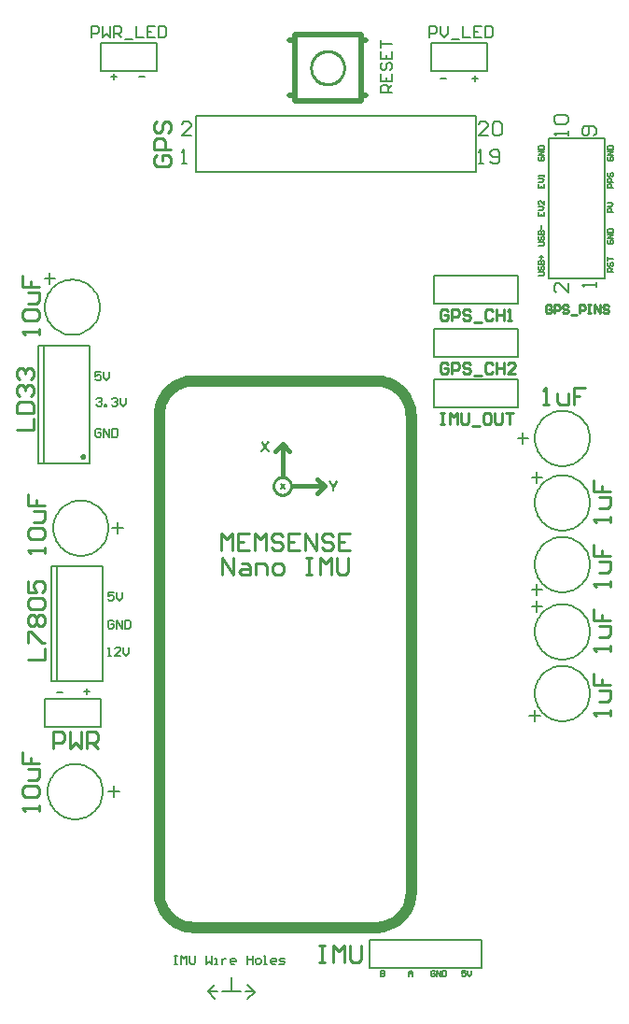
<source format=gto>
%FSDAX24Y24*%
%MOIN*%
%SFA1B1*%

%IPPOS*%
%ADD11C,0.010000*%
%ADD12C,0.015000*%
%ADD31C,0.007900*%
%ADD32C,0.040000*%
%ADD33C,0.009800*%
%ADD34C,0.019700*%
%ADD35C,0.008000*%
%ADD36C,0.005000*%
%ADD37C,0.005900*%
%LNboardr2-1*%
%LPD*%
G54D11*
X060809Y086619D02*
D01*
X060807Y086660*
X060803Y086701*
X060796Y086741*
X060786Y086781*
X060773Y086821*
X060757Y086859*
X060739Y086896*
X060719Y086932*
X060696Y086966*
X060670Y086998*
X060643Y087029*
X060613Y087058*
X060581Y087084*
X060548Y087108*
X060513Y087130*
X060477Y087150*
X060439Y087166*
X060400Y087181*
X060360Y087192*
X060320Y087201*
X060279Y087206*
X060238Y087209*
X060197*
X060156Y087206*
X060115Y087201*
X060075Y087192*
X060035Y087181*
X059996Y087166*
X059958Y087150*
X059922Y087130*
X059887Y087108*
X059854Y087084*
X059822Y087058*
X059792Y087029*
X059765Y086998*
X059739Y086966*
X059716Y086932*
X059696Y086896*
X059678Y086859*
X059662Y086821*
X059649Y086781*
X059639Y086741*
X059632Y086701*
X059628Y086660*
X059627Y086619*
X059628Y086577*
X059632Y086536*
X059639Y086496*
X059649Y086456*
X059662Y086416*
X059678Y086378*
X059696Y086341*
X059716Y086305*
X059739Y086271*
X059765Y086239*
X059792Y086208*
X059822Y086179*
X059854Y086153*
X059887Y086129*
X059922Y086107*
X059958Y086087*
X059996Y086071*
X060035Y086056*
X060075Y086045*
X060115Y086036*
X060156Y086031*
X060197Y086028*
X060238*
X060279Y086031*
X060320Y086036*
X060360Y086045*
X060400Y086056*
X060439Y086071*
X060477Y086087*
X060513Y086107*
X060548Y086129*
X060581Y086153*
X060613Y086179*
X060643Y086208*
X060670Y086239*
X060696Y086271*
X060719Y086305*
X060739Y086341*
X060757Y086378*
X060773Y086416*
X060786Y086456*
X060796Y086496*
X060803Y086536*
X060807Y086577*
X060809Y086619*
X058916Y071700D02*
D01*
X058915Y071722*
X058912Y071743*
X058909Y071765*
X058903Y071787*
X058896Y071808*
X058888Y071828*
X058879Y071848*
X058867Y071867*
X058855Y071885*
X058842Y071903*
X058827Y071919*
X058811Y071934*
X058794Y071949*
X058776Y071961*
X058758Y071973*
X058738Y071984*
X058718Y071992*
X058697Y072000*
X058676Y072006*
X058654Y072011*
X058633Y072014*
X058611Y072015*
X058588*
X058566Y072014*
X058545Y072011*
X058523Y072006*
X058502Y072000*
X058481Y071992*
X058461Y071984*
X058442Y071973*
X058423Y071961*
X058405Y071949*
X058388Y071934*
X058372Y071919*
X058357Y071903*
X058344Y071885*
X058332Y071867*
X058320Y071848*
X058311Y071828*
X058303Y071808*
X058296Y071787*
X058290Y071765*
X058287Y071743*
X058284Y071722*
X058284Y071700*
X058284Y071677*
X058287Y071656*
X058290Y071634*
X058296Y071612*
X058303Y071591*
X058311Y071571*
X058320Y071551*
X058332Y071532*
X058344Y071514*
X058357Y071496*
X058372Y071480*
X058388Y071465*
X058405Y071450*
X058423Y071438*
X058442Y071426*
X058461Y071415*
X058481Y071407*
X058502Y071399*
X058523Y071393*
X058545Y071388*
X058566Y071385*
X058588Y071384*
X058611*
X058633Y071385*
X058654Y071388*
X058676Y071393*
X058697Y071399*
X058718Y071407*
X058738Y071415*
X058758Y071426*
X058776Y071438*
X058794Y071450*
X058811Y071465*
X058827Y071480*
X058842Y071496*
X058855Y071514*
X058867Y071532*
X058879Y071551*
X058888Y071571*
X058896Y071591*
X058903Y071612*
X058909Y071634*
X058912Y071656*
X058915Y071677*
X058916Y071700*
X068200Y078120D02*
X068150Y078170D01*
X068050*
X068000Y078120*
Y077920*
X068050Y077870*
X068150*
X068200Y077920*
Y078020*
X068100*
X068300Y077870D02*
Y078170D01*
X068450*
X068500Y078120*
Y078020*
X068450Y077970*
X068300*
X068800Y078120D02*
X068750Y078170D01*
X068650*
X068600Y078120*
Y078070*
X068650Y078020*
X068750*
X068800Y077970*
Y077920*
X068750Y077870*
X068650*
X068600Y077920*
X068900Y077820D02*
X069100D01*
X069200Y077870D02*
Y078170D01*
X069350*
X069400Y078120*
Y078020*
X069350Y077970*
X069200*
X069500Y078170D02*
X069599D01*
X069549*
Y077870*
X069500*
X069599*
X069749D02*
Y078170D01*
X069949Y077870*
Y078170*
X070249Y078120D02*
X070199Y078170D01*
X070099*
X070049Y078120*
Y078070*
X070099Y078020*
X070199*
X070249Y077970*
Y077920*
X070199Y077870*
X070099*
X070049Y077920*
X050100Y069300D02*
Y069500D01*
Y069400*
X049500*
X049600Y069300*
Y069800D02*
X049500Y069900D01*
Y070100*
X049600Y070200*
X050000*
X050100Y070100*
Y069900*
X050000Y069800*
X049600*
X049700Y070400D02*
X050000D01*
X050100Y070500*
Y070800*
X049700*
X049500Y071399D02*
Y070999D01*
X049800*
Y071199*
Y070999*
X050100*
X070300Y063500D02*
Y063700D01*
Y063600*
X069700*
X069800Y063500*
X069900Y064000D02*
X070200D01*
X070300Y064100*
Y064400*
X069900*
X069700Y065000D02*
Y064600D01*
X070000*
Y064800*
Y064600*
X070300*
X067900Y074600D02*
X068100D01*
X068000*
Y075200*
X067900Y075100*
X068400Y075000D02*
Y074700D01*
X068500Y074600*
X068800*
Y075000*
X069400Y075200D02*
X069000D01*
Y074900*
X069200*
X069000*
Y074600*
X070300Y068100D02*
Y068300D01*
Y068200*
X069700*
X069800Y068100*
X069900Y068600D02*
X070200D01*
X070300Y068700*
Y069000*
X069900*
X069700Y069600D02*
Y069200D01*
X070000*
Y069400*
Y069200*
X070300*
Y065800D02*
Y066000D01*
Y065900*
X069700*
X069800Y065800*
X069900Y066300D02*
X070200D01*
X070300Y066400*
Y066700*
X069900*
X069700Y067300D02*
Y066900D01*
X070000*
Y067100*
Y066900*
X070300*
Y070400D02*
Y070600D01*
Y070500*
X069700*
X069800Y070400*
X069900Y070900D02*
X070200D01*
X070300Y071000*
Y071300*
X069900*
X069700Y071900D02*
Y071500D01*
X070000*
Y071700*
Y071500*
X070300*
X049100Y073700D02*
X049700D01*
Y074100*
X049100Y074300D02*
X049700D01*
Y074600*
X049600Y074700*
X049200*
X049100Y074600*
Y074300*
X049200Y074900D02*
X049100Y075000D01*
Y075200*
X049200Y075299*
X049300*
X049400Y075200*
Y075100*
Y075200*
X049500Y075299*
X049600*
X049700Y075200*
Y075000*
X049600Y074900*
X049200Y075499D02*
X049100Y075599D01*
Y075799*
X049200Y075899*
X049300*
X049400Y075799*
Y075699*
Y075799*
X049500Y075899*
X049600*
X049700Y075799*
Y075599*
X049600Y075499*
X049500Y065500D02*
X050100D01*
Y065900*
X049500Y066100D02*
Y066500D01*
X049600*
X050000Y066100*
X050100*
X049600Y066700D02*
X049500Y066800D01*
Y067000*
X049600Y067099*
X049700*
X049800Y067000*
X049900Y067099*
X050000*
X050100Y067000*
Y066800*
X050000Y066700*
X049900*
X049800Y066800*
X049700Y066700*
X049600*
X049800Y066800D02*
Y067000D01*
X049600Y067299D02*
X049500Y067399D01*
Y067599*
X049600Y067699*
X050000*
X050100Y067599*
Y067399*
X050000Y067299*
X049600*
X049500Y068299D02*
Y067899D01*
X049800*
X049700Y068099*
Y068199*
X049800Y068299*
X050000*
X050100Y068199*
Y067999*
X050000Y067899*
X059900Y055300D02*
X060100D01*
X060000*
Y054700*
X059900*
X060100*
X060400D02*
Y055300D01*
X060600Y055100*
X060800Y055300*
Y054700*
X061000Y055300D02*
Y054800D01*
X061100Y054700*
X061300*
X061400Y054800*
Y055300*
X054100Y083500D02*
X054000Y083400D01*
Y083200*
X054100Y083100*
X054500*
X054600Y083200*
Y083400*
X054500Y083500*
X054300*
Y083300*
X054600Y083700D02*
X054000D01*
Y084000*
X054100Y084100*
X054300*
X054400Y084000*
Y083700*
X054100Y084699D02*
X054000Y084600D01*
Y084400*
X054100Y084300*
X054200*
X054300Y084400*
Y084600*
X054400Y084699*
X054500*
X054600Y084600*
Y084400*
X054500Y084300*
X064250Y074290D02*
X064383D01*
X064317*
Y073890*
X064250*
X064383*
X064583D02*
Y074290D01*
X064717Y074157*
X064850Y074290*
Y073890*
X064983Y074290D02*
Y073957D01*
X065050Y073890*
X065183*
X065250Y073957*
Y074290*
X065383Y073823D02*
X065650D01*
X065983Y074290D02*
X065849D01*
X065783Y074223*
Y073957*
X065849Y073890*
X065983*
X066049Y073957*
Y074223*
X065983Y074290*
X066183D02*
Y073957D01*
X066249Y073890*
X066383*
X066449Y073957*
Y074290*
X066583D02*
X066849D01*
X066716*
Y073890*
X064517Y076043D02*
X064450Y076110D01*
X064317*
X064250Y076043*
Y075777*
X064317Y075710*
X064450*
X064517Y075777*
Y075910*
X064383*
X064650Y075710D02*
Y076110D01*
X064850*
X064916Y076043*
Y075910*
X064850Y075843*
X064650*
X065316Y076043D02*
X065250Y076110D01*
X065116*
X065050Y076043*
Y075977*
X065116Y075910*
X065250*
X065316Y075843*
Y075777*
X065250Y075710*
X065116*
X065050Y075777*
X065450Y075643D02*
X065716D01*
X066116Y076043D02*
X066049Y076110D01*
X065916*
X065849Y076043*
Y075777*
X065916Y075710*
X066049*
X066116Y075777*
X066249Y076110D02*
Y075710D01*
Y075910*
X066516*
Y076110*
Y075710*
X066916D02*
X066649D01*
X066916Y075977*
Y076043*
X066849Y076110*
X066716*
X066649Y076043*
X064517Y077933D02*
X064450Y078000D01*
X064317*
X064250Y077933*
Y077667*
X064317Y077600*
X064450*
X064517Y077667*
Y077800*
X064383*
X064650Y077600D02*
Y078000D01*
X064850*
X064916Y077933*
Y077800*
X064850Y077733*
X064650*
X065316Y077933D02*
X065250Y078000D01*
X065116*
X065050Y077933*
Y077867*
X065116Y077800*
X065250*
X065316Y077733*
Y077667*
X065250Y077600*
X065116*
X065050Y077667*
X065450Y077533D02*
X065716D01*
X066116Y077933D02*
X066049Y078000D01*
X065916*
X065849Y077933*
Y077667*
X065916Y077600*
X066049*
X066116Y077667*
X066249Y078000D02*
Y077600D01*
Y077800*
X066516*
Y078000*
Y077600*
X066649D02*
X066783D01*
X066716*
Y078000*
X066649Y077933*
X050400Y062325D02*
Y062925D01*
X050700*
X050800Y062825*
Y062625*
X050700Y062525*
X050400*
X051000Y062925D02*
Y062325D01*
X051200Y062525*
X051400Y062325*
Y062925*
X051600Y062325D02*
Y062925D01*
X051900*
X051999Y062825*
Y062625*
X051900Y062525*
X051600*
X051800D02*
X051999Y062325D01*
X049900Y077100D02*
Y077300D01*
Y077200*
X049300*
X049400Y077100*
Y077600D02*
X049300Y077700D01*
Y077900*
X049400Y078000*
X049800*
X049900Y077900*
Y077700*
X049800Y077600*
X049400*
X049500Y078200D02*
X049800D01*
X049900Y078300*
Y078600*
X049500*
X049300Y079199D02*
Y078799D01*
X049600*
Y078999*
Y078799*
X049900*
Y060100D02*
Y060300D01*
Y060200*
X049300*
X049400Y060100*
Y060600D02*
X049300Y060700D01*
Y060900*
X049400Y061000*
X049800*
X049900Y060900*
Y060700*
X049800Y060600*
X049400*
X049500Y061200D02*
X049800D01*
X049900Y061300*
Y061600*
X049500*
X049300Y062199D02*
Y061799D01*
X049600*
Y061999*
Y061799*
X049900*
X056400Y069400D02*
Y070000D01*
X056600Y069800*
X056800Y070000*
Y069400*
X057400Y070000D02*
X057000D01*
Y069400*
X057400*
X057000Y069700D02*
X057200D01*
X057600Y069400D02*
Y070000D01*
X057800Y069800*
X057999Y070000*
Y069400*
X058599Y069900D02*
X058499Y070000D01*
X058299*
X058199Y069900*
Y069800*
X058299Y069700*
X058499*
X058599Y069600*
Y069500*
X058499Y069400*
X058299*
X058199Y069500*
X059199Y070000D02*
X058799D01*
Y069400*
X059199*
X058799Y069700D02*
X058999D01*
X059399Y069400D02*
Y070000D01*
X059799Y069400*
Y070000*
X060399Y069900D02*
X060299Y070000D01*
X060099*
X059999Y069900*
Y069800*
X060099Y069700*
X060299*
X060399Y069600*
Y069500*
X060299Y069400*
X060099*
X059999Y069500*
X060999Y070000D02*
X060599D01*
Y069400*
X060999*
X060599Y069700D02*
X060799D01*
X056451Y068550D02*
Y069150D01*
X056851Y068550*
Y069150*
X057151Y068950D02*
X057350D01*
X057450Y068850*
Y068550*
X057151*
X057051Y068650*
X057151Y068750*
X057450*
X057650Y068550D02*
Y068950D01*
X057950*
X058050Y068850*
Y068550*
X058350D02*
X058550D01*
X058650Y068650*
Y068850*
X058550Y068950*
X058350*
X058250Y068850*
Y068650*
X058350Y068550*
X059450Y069150D02*
X059650D01*
X059550*
Y068550*
X059450*
X059650*
X059950D02*
Y069150D01*
X060150Y068950*
X060349Y069150*
Y068550*
X060549Y069150D02*
Y068650D01*
X060649Y068550*
X060849*
X060949Y068650*
Y069150*
G54D12*
X059850Y071450D02*
X060100Y071700D01*
X059850Y071950D02*
X060100Y071700D01*
X058600Y073200D02*
X058850Y072950D01*
X058350D02*
X058600Y073200D01*
Y072050D02*
Y073200D01*
X058950Y071700D02*
X060100D01*
G54D31*
X052384Y070200D02*
D01*
X052381Y070268*
X052374Y070336*
X052362Y070404*
X052345Y070471*
X052324Y070536*
X052298Y070600*
X052268Y070661*
X052234Y070721*
X052196Y070778*
X052153Y070832*
X052107Y070883*
X052058Y070931*
X052005Y070975*
X051950Y071015*
X051892Y071052*
X051831Y071084*
X051768Y071112*
X051704Y071135*
X051638Y071154*
X051570Y071169*
X051502Y071178*
X051434Y071183*
X051365*
X051297Y071178*
X051229Y071169*
X051161Y071154*
X051095Y071135*
X051031Y071112*
X050968Y071084*
X050908Y071052*
X050849Y071015*
X050794Y070975*
X050741Y070931*
X050692Y070883*
X050646Y070832*
X050603Y070778*
X050565Y070721*
X050531Y070661*
X050501Y070600*
X050475Y070536*
X050454Y070471*
X050437Y070404*
X050425Y070336*
X050418Y070268*
X050416Y070200*
X050418Y070131*
X050425Y070063*
X050437Y069995*
X050454Y069928*
X050475Y069863*
X050501Y069799*
X050531Y069738*
X050565Y069678*
X050603Y069621*
X050646Y069567*
X050692Y069516*
X050741Y069468*
X050794Y069424*
X050849Y069384*
X050908Y069347*
X050968Y069315*
X051031Y069287*
X051095Y069264*
X051161Y069245*
X051229Y069230*
X051297Y069221*
X051365Y069216*
X051434*
X051502Y069221*
X051570Y069230*
X051638Y069245*
X051704Y069264*
X051768Y069287*
X051831Y069315*
X051892Y069347*
X051950Y069384*
X052005Y069424*
X052058Y069468*
X052107Y069516*
X052153Y069567*
X052196Y069621*
X052234Y069678*
X052268Y069738*
X052298Y069799*
X052324Y069863*
X052345Y069928*
X052362Y069995*
X052374Y070063*
X052381Y070131*
X052384Y070200*
X069584Y071100D02*
D01*
X069581Y071168*
X069574Y071236*
X069562Y071304*
X069545Y071371*
X069524Y071436*
X069498Y071500*
X069468Y071561*
X069434Y071621*
X069396Y071678*
X069353Y071732*
X069307Y071783*
X069258Y071831*
X069205Y071875*
X069150Y071915*
X069092Y071952*
X069031Y071984*
X068968Y072012*
X068904Y072035*
X068838Y072054*
X068770Y072069*
X068702Y072078*
X068634Y072083*
X068565*
X068497Y072078*
X068429Y072069*
X068361Y072054*
X068295Y072035*
X068231Y072012*
X068168Y071984*
X068108Y071952*
X068049Y071915*
X067994Y071875*
X067941Y071831*
X067892Y071783*
X067846Y071732*
X067803Y071678*
X067765Y071621*
X067731Y071561*
X067701Y071500*
X067675Y071436*
X067654Y071371*
X067637Y071304*
X067625Y071236*
X067618Y071168*
X067616Y071100*
X067618Y071031*
X067625Y070963*
X067637Y070895*
X067654Y070828*
X067675Y070763*
X067701Y070699*
X067731Y070638*
X067765Y070578*
X067803Y070521*
X067846Y070467*
X067892Y070416*
X067941Y070368*
X067994Y070324*
X068049Y070284*
X068108Y070247*
X068168Y070215*
X068231Y070187*
X068295Y070164*
X068361Y070145*
X068429Y070130*
X068497Y070121*
X068565Y070116*
X068634*
X068702Y070121*
X068770Y070130*
X068838Y070145*
X068904Y070164*
X068968Y070187*
X069031Y070215*
X069092Y070247*
X069150Y070284*
X069205Y070324*
X069258Y070368*
X069307Y070416*
X069353Y070467*
X069396Y070521*
X069434Y070578*
X069468Y070638*
X069498Y070699*
X069524Y070763*
X069545Y070828*
X069562Y070895*
X069574Y070963*
X069581Y071031*
X069584Y071100*
Y066500D02*
D01*
X069581Y066568*
X069574Y066636*
X069562Y066704*
X069545Y066771*
X069524Y066836*
X069498Y066900*
X069468Y066961*
X069434Y067021*
X069396Y067078*
X069353Y067132*
X069307Y067183*
X069258Y067231*
X069205Y067275*
X069150Y067315*
X069092Y067352*
X069031Y067384*
X068968Y067412*
X068904Y067435*
X068838Y067454*
X068770Y067469*
X068702Y067478*
X068634Y067483*
X068565*
X068497Y067478*
X068429Y067469*
X068361Y067454*
X068295Y067435*
X068231Y067412*
X068168Y067384*
X068108Y067352*
X068049Y067315*
X067994Y067275*
X067941Y067231*
X067892Y067183*
X067846Y067132*
X067803Y067078*
X067765Y067021*
X067731Y066961*
X067701Y066900*
X067675Y066836*
X067654Y066771*
X067637Y066704*
X067625Y066636*
X067618Y066568*
X067616Y066500*
X067618Y066431*
X067625Y066363*
X067637Y066295*
X067654Y066228*
X067675Y066163*
X067701Y066099*
X067731Y066038*
X067765Y065978*
X067803Y065921*
X067846Y065867*
X067892Y065816*
X067941Y065768*
X067994Y065724*
X068049Y065684*
X068108Y065647*
X068168Y065615*
X068231Y065587*
X068295Y065564*
X068361Y065545*
X068429Y065530*
X068497Y065521*
X068565Y065516*
X068634*
X068702Y065521*
X068770Y065530*
X068838Y065545*
X068904Y065564*
X068968Y065587*
X069031Y065615*
X069092Y065647*
X069150Y065684*
X069205Y065724*
X069258Y065768*
X069307Y065816*
X069353Y065867*
X069396Y065921*
X069434Y065978*
X069468Y066038*
X069498Y066099*
X069524Y066163*
X069545Y066228*
X069562Y066295*
X069574Y066363*
X069581Y066431*
X069584Y066500*
Y068900D02*
D01*
X069581Y068968*
X069574Y069036*
X069562Y069104*
X069545Y069171*
X069524Y069236*
X069498Y069300*
X069468Y069361*
X069434Y069421*
X069396Y069478*
X069353Y069532*
X069307Y069583*
X069258Y069631*
X069205Y069675*
X069150Y069715*
X069092Y069752*
X069031Y069784*
X068968Y069812*
X068904Y069835*
X068838Y069854*
X068770Y069869*
X068702Y069878*
X068634Y069883*
X068565*
X068497Y069878*
X068429Y069869*
X068361Y069854*
X068295Y069835*
X068231Y069812*
X068168Y069784*
X068108Y069752*
X068049Y069715*
X067994Y069675*
X067941Y069631*
X067892Y069583*
X067846Y069532*
X067803Y069478*
X067765Y069421*
X067731Y069361*
X067701Y069300*
X067675Y069236*
X067654Y069171*
X067637Y069104*
X067625Y069036*
X067618Y068968*
X067616Y068900*
X067618Y068831*
X067625Y068763*
X067637Y068695*
X067654Y068628*
X067675Y068563*
X067701Y068499*
X067731Y068438*
X067765Y068378*
X067803Y068321*
X067846Y068267*
X067892Y068216*
X067941Y068168*
X067994Y068124*
X068049Y068084*
X068108Y068047*
X068168Y068015*
X068231Y067987*
X068295Y067964*
X068361Y067945*
X068429Y067930*
X068497Y067921*
X068565Y067916*
X068634*
X068702Y067921*
X068770Y067930*
X068838Y067945*
X068904Y067964*
X068968Y067987*
X069031Y068015*
X069092Y068047*
X069150Y068084*
X069205Y068124*
X069258Y068168*
X069307Y068216*
X069353Y068267*
X069396Y068321*
X069434Y068378*
X069468Y068438*
X069498Y068499*
X069524Y068563*
X069545Y068628*
X069562Y068695*
X069574Y068763*
X069581Y068831*
X069584Y068900*
Y073400D02*
D01*
X069581Y073468*
X069574Y073536*
X069562Y073604*
X069545Y073671*
X069524Y073736*
X069498Y073800*
X069468Y073861*
X069434Y073921*
X069396Y073978*
X069353Y074032*
X069307Y074083*
X069258Y074131*
X069205Y074175*
X069150Y074215*
X069092Y074252*
X069031Y074284*
X068968Y074312*
X068904Y074335*
X068838Y074354*
X068770Y074369*
X068702Y074378*
X068634Y074383*
X068565*
X068497Y074378*
X068429Y074369*
X068361Y074354*
X068295Y074335*
X068231Y074312*
X068168Y074284*
X068108Y074252*
X068049Y074215*
X067994Y074175*
X067941Y074131*
X067892Y074083*
X067846Y074032*
X067803Y073978*
X067765Y073921*
X067731Y073861*
X067701Y073800*
X067675Y073736*
X067654Y073671*
X067637Y073604*
X067625Y073536*
X067618Y073468*
X067616Y073400*
X067618Y073331*
X067625Y073263*
X067637Y073195*
X067654Y073128*
X067675Y073063*
X067701Y072999*
X067731Y072938*
X067765Y072878*
X067803Y072821*
X067846Y072767*
X067892Y072716*
X067941Y072668*
X067994Y072624*
X068049Y072584*
X068108Y072547*
X068168Y072515*
X068231Y072487*
X068295Y072464*
X068361Y072445*
X068429Y072430*
X068497Y072421*
X068565Y072416*
X068634*
X068702Y072421*
X068770Y072430*
X068838Y072445*
X068904Y072464*
X068968Y072487*
X069031Y072515*
X069092Y072547*
X069150Y072584*
X069205Y072624*
X069258Y072668*
X069307Y072716*
X069353Y072767*
X069396Y072821*
X069434Y072878*
X069468Y072938*
X069498Y072999*
X069524Y073063*
X069545Y073128*
X069562Y073195*
X069574Y073263*
X069581Y073331*
X069584Y073400*
Y064300D02*
D01*
X069581Y064368*
X069574Y064436*
X069562Y064504*
X069545Y064571*
X069524Y064636*
X069498Y064700*
X069468Y064761*
X069434Y064821*
X069396Y064878*
X069353Y064932*
X069307Y064983*
X069258Y065031*
X069205Y065075*
X069150Y065115*
X069092Y065152*
X069031Y065184*
X068968Y065212*
X068904Y065235*
X068838Y065254*
X068770Y065269*
X068702Y065278*
X068634Y065283*
X068565*
X068497Y065278*
X068429Y065269*
X068361Y065254*
X068295Y065235*
X068231Y065212*
X068168Y065184*
X068108Y065152*
X068049Y065115*
X067994Y065075*
X067941Y065031*
X067892Y064983*
X067846Y064932*
X067803Y064878*
X067765Y064821*
X067731Y064761*
X067701Y064700*
X067675Y064636*
X067654Y064571*
X067637Y064504*
X067625Y064436*
X067618Y064368*
X067616Y064300*
X067618Y064231*
X067625Y064163*
X067637Y064095*
X067654Y064028*
X067675Y063963*
X067701Y063899*
X067731Y063838*
X067765Y063778*
X067803Y063721*
X067846Y063667*
X067892Y063616*
X067941Y063568*
X067994Y063524*
X068049Y063484*
X068108Y063447*
X068168Y063415*
X068231Y063387*
X068295Y063364*
X068361Y063345*
X068429Y063330*
X068497Y063321*
X068565Y063316*
X068634*
X068702Y063321*
X068770Y063330*
X068838Y063345*
X068904Y063364*
X068968Y063387*
X069031Y063415*
X069092Y063447*
X069150Y063484*
X069205Y063524*
X069258Y063568*
X069307Y063616*
X069353Y063667*
X069396Y063721*
X069434Y063778*
X069468Y063838*
X069498Y063899*
X069524Y063963*
X069545Y064028*
X069562Y064095*
X069574Y064163*
X069581Y064231*
X069584Y064300*
X052084Y078075D02*
D01*
X052081Y078143*
X052074Y078211*
X052062Y078279*
X052045Y078346*
X052024Y078411*
X051998Y078475*
X051968Y078536*
X051934Y078596*
X051896Y078653*
X051853Y078707*
X051807Y078758*
X051758Y078806*
X051705Y078850*
X051650Y078890*
X051592Y078927*
X051531Y078959*
X051468Y078987*
X051404Y079010*
X051338Y079029*
X051270Y079044*
X051202Y079053*
X051134Y079058*
X051065*
X050997Y079053*
X050929Y079044*
X050861Y079029*
X050795Y079010*
X050731Y078987*
X050668Y078959*
X050608Y078927*
X050549Y078890*
X050494Y078850*
X050441Y078806*
X050392Y078758*
X050346Y078707*
X050303Y078653*
X050265Y078596*
X050231Y078536*
X050201Y078475*
X050175Y078411*
X050154Y078346*
X050137Y078279*
X050125Y078211*
X050118Y078143*
X050116Y078075*
X050118Y078006*
X050125Y077938*
X050137Y077870*
X050154Y077803*
X050175Y077738*
X050201Y077674*
X050231Y077613*
X050265Y077553*
X050303Y077496*
X050346Y077442*
X050392Y077391*
X050441Y077343*
X050494Y077299*
X050549Y077259*
X050608Y077222*
X050668Y077190*
X050731Y077162*
X050795Y077139*
X050861Y077120*
X050929Y077105*
X050997Y077096*
X051065Y077091*
X051134*
X051202Y077096*
X051270Y077105*
X051338Y077120*
X051404Y077139*
X051468Y077162*
X051531Y077190*
X051592Y077222*
X051650Y077259*
X051705Y077299*
X051758Y077343*
X051807Y077391*
X051853Y077442*
X051896Y077496*
X051934Y077553*
X051968Y077613*
X051998Y077674*
X052024Y077738*
X052045Y077803*
X052062Y077870*
X052074Y077938*
X052081Y078006*
X052084Y078075*
X052184Y060800D02*
D01*
X052181Y060868*
X052174Y060936*
X052162Y061004*
X052145Y061071*
X052124Y061136*
X052098Y061200*
X052068Y061261*
X052034Y061321*
X051996Y061378*
X051953Y061432*
X051907Y061483*
X051858Y061531*
X051805Y061575*
X051750Y061615*
X051692Y061652*
X051631Y061684*
X051568Y061712*
X051504Y061735*
X051438Y061754*
X051370Y061769*
X051302Y061778*
X051234Y061783*
X051165*
X051097Y061778*
X051029Y061769*
X050961Y061754*
X050895Y061735*
X050831Y061712*
X050768Y061684*
X050708Y061652*
X050649Y061615*
X050594Y061575*
X050541Y061531*
X050492Y061483*
X050446Y061432*
X050403Y061378*
X050365Y061321*
X050331Y061261*
X050301Y061200*
X050275Y061136*
X050254Y061071*
X050237Y061004*
X050225Y060936*
X050218Y060868*
X050216Y060800*
X050218Y060731*
X050225Y060663*
X050237Y060595*
X050254Y060528*
X050275Y060463*
X050301Y060399*
X050331Y060338*
X050365Y060278*
X050403Y060221*
X050446Y060167*
X050492Y060116*
X050541Y060068*
X050594Y060024*
X050649Y059984*
X050708Y059947*
X050768Y059915*
X050831Y059887*
X050895Y059864*
X050961Y059845*
X051029Y059830*
X051097Y059821*
X051165Y059816*
X051234*
X051302Y059821*
X051370Y059830*
X051438Y059845*
X051504Y059864*
X051568Y059887*
X051631Y059915*
X051692Y059947*
X051750Y059984*
X051805Y060024*
X051858Y060068*
X051907Y060116*
X051953Y060167*
X051996Y060221*
X052034Y060278*
X052068Y060338*
X052098Y060399*
X052124Y060463*
X052145Y060528*
X052162Y060595*
X052174Y060663*
X052181Y060731*
X052184Y060800*
X070100Y079100D02*
Y084100D01*
X068100Y079100D02*
Y084100D01*
Y079100D02*
X070100D01*
X068100Y084100D02*
X070100D01*
X050555Y064728D02*
Y068822D01*
X050358Y064728D02*
X052169D01*
Y068822*
X050358D02*
X052169D01*
X050358Y064728D02*
Y068822D01*
X050100Y063100D02*
Y064100D01*
X052100*
Y063100D02*
Y064100D01*
X050100Y063100D02*
X052100D01*
X064000Y078200D02*
X067000D01*
Y079200*
X064000D02*
X067000D01*
X064000Y078200D02*
Y079200D01*
Y076300D02*
X067000D01*
Y077300*
X064000D02*
X067000D01*
X064000Y076300D02*
Y077300D01*
X065700Y054500D02*
Y055500D01*
X061700Y054500D02*
X065700D01*
X061700Y055500D02*
X065700D01*
X061700Y054500D02*
Y055500D01*
X064000Y074500D02*
X067000D01*
Y075500*
X064000D02*
X067000D01*
X064000Y074500D02*
Y075500D01*
X065500Y082900D02*
Y084900D01*
X055500Y082900D02*
X056250D01*
X055500D02*
Y084900D01*
X056250*
X065500*
X056250Y082900D02*
X065500D01*
X054100Y086500D02*
Y087500D01*
X052100Y086500D02*
X054100D01*
X052100D02*
Y087500D01*
X054100*
X063900Y086500D02*
Y087500D01*
X065900*
Y086500D02*
Y087500D01*
X063900Y086500D02*
X065900D01*
X050075Y072494D02*
Y076706D01*
X049878Y072494D02*
Y076706D01*
X051728Y072494D02*
Y076706D01*
X049878Y072494D02*
X051728D01*
X049878Y076706D02*
X051728D01*
G54D32*
X054200Y057200D02*
D01*
X054203Y057112*
X054212Y057026*
X054227Y056940*
X054248Y056855*
X054275Y056772*
X054308Y056691*
X054346Y056613*
X054389Y056537*
X054438Y056465*
X054492Y056396*
X054550Y056331*
X054613Y056271*
X054680Y056214*
X054751Y056163*
X054825Y056117*
X054902Y056076*
X054981Y056041*
X055063Y056011*
X055147Y055987*
X055232Y055968*
X055319Y055956*
X055406Y055950*
X055450Y055950*
X061950D02*
D01*
X062037Y055953*
X062123Y055962*
X062209Y055977*
X062294Y055998*
X062377Y056025*
X062458Y056058*
X062536Y056096*
X062612Y056139*
X062684Y056188*
X062753Y056242*
X062818Y056300*
X062878Y056363*
X062935Y056430*
X062986Y056501*
X063032Y056575*
X063073Y056652*
X063108Y056731*
X063138Y056813*
X063162Y056897*
X063181Y056982*
X063193Y057069*
X063199Y057156*
X063200Y057200*
X055450Y075450D02*
D01*
X055362Y075446*
X055276Y075437*
X055190Y075422*
X055105Y075401*
X055022Y075374*
X054941Y075341*
X054863Y075303*
X054787Y075260*
X054715Y075211*
X054646Y075157*
X054581Y075099*
X054521Y075036*
X054464Y074969*
X054413Y074898*
X054367Y074825*
X054326Y074747*
X054291Y074668*
X054261Y074586*
X054237Y074502*
X054218Y074417*
X054206Y074330*
X054200Y074243*
X054200Y074200*
X063200D02*
D01*
X063196Y074287*
X063187Y074373*
X063172Y074459*
X063151Y074544*
X063124Y074627*
X063091Y074708*
X063053Y074786*
X063010Y074862*
X062961Y074934*
X062907Y075003*
X062849Y075068*
X062786Y075128*
X062719Y075185*
X062648Y075236*
X062575Y075282*
X062497Y075323*
X062418Y075358*
X062336Y075388*
X062252Y075412*
X062167Y075431*
X062080Y075443*
X061993Y075449*
X061950Y075450*
X055450Y055950D02*
X061950D01*
X054200Y057200D02*
Y074200D01*
X063200Y057200D02*
Y074200D01*
X055450Y075450D02*
X061950D01*
G54D33*
X051522Y072750D02*
D01*
X051521Y072753*
X051521Y072756*
X051520Y072760*
X051520Y072763*
X051519Y072766*
X051517Y072769*
X051516Y072773*
X051514Y072775*
X051512Y072778*
X051510Y072781*
X051508Y072784*
X051505Y072786*
X051503Y072788*
X051500Y072790*
X051497Y072792*
X051494Y072794*
X051491Y072795*
X051488Y072796*
X051484Y072797*
X051481Y072798*
X051478Y072798*
X051474Y072798*
X051471*
X051467Y072798*
X051464Y072798*
X051461Y072797*
X051457Y072796*
X051454Y072795*
X051451Y072794*
X051448Y072792*
X051445Y072790*
X051442Y072788*
X051440Y072786*
X051437Y072784*
X051435Y072781*
X051433Y072778*
X051431Y072775*
X051429Y072773*
X051428Y072769*
X051426Y072766*
X051425Y072763*
X051425Y072760*
X051424Y072756*
X051424Y072753*
X051424Y072750*
X051424Y072746*
X051424Y072743*
X051425Y072739*
X051425Y072736*
X051426Y072733*
X051428Y072730*
X051429Y072726*
X051431Y072724*
X051433Y072721*
X051435Y072718*
X051437Y072715*
X051440Y072713*
X051442Y072711*
X051445Y072709*
X051448Y072707*
X051451Y072705*
X051454Y072704*
X051457Y072703*
X051461Y072702*
X051464Y072701*
X051467Y072701*
X051471Y072701*
X051474*
X051478Y072701*
X051481Y072701*
X051484Y072702*
X051488Y072703*
X051491Y072704*
X051494Y072705*
X051497Y072707*
X051500Y072709*
X051503Y072711*
X051505Y072713*
X051508Y072715*
X051510Y072718*
X051512Y072721*
X051514Y072724*
X051516Y072726*
X051517Y072730*
X051519Y072733*
X051520Y072736*
X051520Y072739*
X051521Y072743*
X051521Y072746*
X051522Y072750*
G54D34*
X059038Y087800D02*
X061400D01*
X059038Y085438D02*
Y087800D01*
Y085438D02*
X061400D01*
Y087800*
X058841Y085635D02*
X059038D01*
X058841Y087603D02*
X059038D01*
X061400D02*
X061597D01*
X061400Y085635D02*
X061597D01*
G54D35*
X068800Y084200D02*
Y084367D01*
Y084283*
X068300*
X068383Y084200*
Y084617D02*
X068300Y084700D01*
Y084866*
X068383Y084950*
X068717*
X068800Y084866*
Y084700*
X068717Y084617*
X068383*
X069717Y084200D02*
X069800Y084283D01*
Y084450*
X069717Y084533*
X069383*
X069300Y084450*
Y084283*
X069383Y084200*
X069467*
X069550Y084283*
Y084533*
X069800Y078800D02*
Y078967D01*
Y078883*
X069300*
X069383Y078800*
X068800Y078933D02*
Y078600D01*
X068467Y078933*
X068383*
X068300Y078850*
Y078683*
X068383Y078600*
X062500Y085730D02*
X062100D01*
Y085930*
X062167Y085997*
X062300*
X062367Y085930*
Y085730*
Y085863D02*
X062500Y085997D01*
X062100Y086396D02*
Y086130D01*
X062500*
Y086396*
X062300Y086130D02*
Y086263D01*
X062167Y086796D02*
X062100Y086730D01*
Y086596*
X062167Y086530*
X062233*
X062300Y086596*
Y086730*
X062367Y086796*
X062433*
X062500Y086730*
Y086596*
X062433Y086530*
X062100Y087196D02*
Y086930D01*
X062500*
Y087196*
X062300Y086930D02*
Y087063D01*
X062100Y087329D02*
Y087596D01*
Y087463*
X062500*
X063840Y087720D02*
Y088120D01*
X064040*
X064107Y088053*
Y087920*
X064040Y087853*
X063840*
X064240Y088120D02*
Y087853D01*
X064373Y087720*
X064506Y087853*
Y088120*
X064640Y087653D02*
X064906D01*
X065040Y088120D02*
Y087720D01*
X065306*
X065706Y088120D02*
X065439D01*
Y087720*
X065706*
X065439Y087920D02*
X065573D01*
X065839Y088120D02*
Y087720D01*
X066039*
X066106Y087787*
Y088053*
X066039Y088120*
X065839*
X051790Y087690D02*
Y088090D01*
X051990*
X052057Y088023*
Y087890*
X051990Y087823*
X051790*
X052190Y088090D02*
Y087690D01*
X052323Y087823*
X052456Y087690*
Y088090*
X052590Y087690D02*
Y088090D01*
X052790*
X052856Y088023*
Y087890*
X052790Y087823*
X052590*
X052723D02*
X052856Y087690D01*
X052990Y087623D02*
X053256D01*
X053389Y088090D02*
Y087690D01*
X053656*
X054056Y088090D02*
X053789D01*
Y087690*
X054056*
X053789Y087890D02*
X053923D01*
X054189Y088090D02*
Y087690D01*
X054389*
X054456Y087757*
Y088023*
X054389Y088090*
X054189*
X065933Y084200D02*
X065600D01*
X065933Y084533*
Y084617*
X065850Y084700*
X065683*
X065600Y084617*
X066100D02*
X066183Y084700D01*
X066350*
X066433Y084617*
Y084283*
X066350Y084200*
X066183*
X066100Y084283*
Y084617*
X065600Y083200D02*
X065767D01*
X065683*
Y083700*
X065600Y083617*
X066017Y083283D02*
X066100Y083200D01*
X066266*
X066350Y083283*
Y083617*
X066266Y083700*
X066100*
X066017Y083617*
Y083533*
X066100Y083450*
X066350*
X055000Y083200D02*
X055167D01*
X055083*
Y083700*
X055000Y083617*
X055333Y084200D02*
X055000D01*
X055333Y084533*
Y084617*
X055250Y084700*
X055083*
X055000Y084617*
G54D36*
X070430Y082340D02*
X070230D01*
Y082440*
X070263Y082473*
X070330*
X070363Y082440*
Y082340*
X070430Y082540D02*
X070230D01*
Y082640*
X070263Y082673*
X070330*
X070363Y082640*
Y082540*
X070263Y082873D02*
X070230Y082840D01*
Y082773*
X070263Y082740*
X070297*
X070330Y082773*
Y082840*
X070363Y082873*
X070397*
X070430Y082840*
Y082773*
X070397Y082740*
X067750Y080260D02*
X067917D01*
X067950Y080293*
Y080360*
X067917Y080393*
X067750*
X067783Y080593D02*
X067750Y080560D01*
Y080493*
X067783Y080460*
X067817*
X067850Y080493*
Y080560*
X067883Y080593*
X067917*
X067950Y080560*
Y080493*
X067917Y080460*
X067750Y080660D02*
X067950D01*
Y080760*
X067917Y080793*
X067883*
X067850Y080760*
Y080660*
Y080760*
X067817Y080793*
X067783*
X067750Y080760*
Y080660*
X067850Y080860D02*
Y080993D01*
X067760Y082483D02*
Y082350D01*
X067960*
Y082483*
X067860Y082350D02*
Y082417D01*
X067760Y082550D02*
X067893D01*
X067960Y082617*
X067893Y082683*
X067760*
X067960Y082750D02*
Y082817D01*
Y082783*
X067760*
X067793Y082750*
X070243Y083443D02*
X070210Y083410D01*
Y083343*
X070243Y083310*
X070377*
X070410Y083343*
Y083410*
X070377Y083443*
X070310*
Y083377*
X070410Y083510D02*
X070210D01*
X070410Y083643*
X070210*
Y083710D02*
X070410D01*
Y083810*
X070377Y083843*
X070243*
X070210Y083810*
Y083710*
X070253Y080473D02*
X070220Y080440D01*
Y080373*
X070253Y080340*
X070387*
X070420Y080373*
Y080440*
X070387Y080473*
X070320*
Y080407*
X070420Y080540D02*
X070220D01*
X070420Y080673*
X070220*
Y080740D02*
X070420D01*
Y080840*
X070387Y080873*
X070253*
X070220Y080840*
Y080740*
X070420Y079350D02*
X070220D01*
Y079450*
X070253Y079483*
X070320*
X070353Y079450*
Y079350*
Y079417D02*
X070420Y079483D01*
X070253Y079683D02*
X070220Y079650D01*
Y079583*
X070253Y079550*
X070287*
X070320Y079583*
Y079650*
X070353Y079683*
X070387*
X070420Y079650*
Y079583*
X070387Y079550*
X070220Y079750D02*
Y079883D01*
Y079817*
X070420*
X067783Y083443D02*
X067750Y083410D01*
Y083343*
X067783Y083310*
X067917*
X067950Y083343*
Y083410*
X067917Y083443*
X067850*
Y083377*
X067950Y083510D02*
X067750D01*
X067950Y083643*
X067750*
Y083710D02*
X067950D01*
Y083810*
X067917Y083843*
X067783*
X067750Y083810*
Y083710*
X067760Y079200D02*
X067927D01*
X067960Y079233*
Y079300*
X067927Y079333*
X067760*
X067793Y079533D02*
X067760Y079500D01*
Y079433*
X067793Y079400*
X067827*
X067860Y079433*
Y079500*
X067893Y079533*
X067927*
X067960Y079500*
Y079433*
X067927Y079400*
X067760Y079600D02*
X067960D01*
Y079700*
X067927Y079733*
X067893*
X067860Y079700*
Y079600*
Y079700*
X067827Y079733*
X067793*
X067760Y079700*
Y079600*
X067860Y079800D02*
Y079933D01*
X067793Y079866D02*
X067927D01*
X070430Y081460D02*
X070230D01*
Y081560*
X070263Y081593*
X070330*
X070363Y081560*
Y081460*
X070230Y081660D02*
X070363D01*
X070430Y081727*
X070363Y081793*
X070230*
X067740Y081473D02*
Y081340D01*
X067940*
Y081473*
X067840Y081340D02*
Y081407D01*
X067740Y081540D02*
X067873D01*
X067940Y081607*
X067873Y081673*
X067740*
X067940Y081873D02*
Y081740D01*
X067807Y081873*
X067773*
X067740Y081840*
Y081773*
X067773Y081740*
X052380Y065650D02*
X052480D01*
X052430*
Y065950*
X052380Y065900*
X052830Y065650D02*
X052630D01*
X052830Y065850*
Y065900*
X052780Y065950*
X052680*
X052630Y065900*
X052930Y065950D02*
Y065750D01*
X053030Y065650*
X053130Y065750*
Y065950*
X052570Y067920D02*
X052370D01*
Y067770*
X052470Y067820*
X052520*
X052570Y067770*
Y067670*
X052520Y067620*
X052420*
X052370Y067670*
X052670Y067920D02*
Y067720D01*
X052770Y067620*
X052870Y067720*
Y067920*
X052570Y066860D02*
X052520Y066910D01*
X052420*
X052370Y066860*
Y066660*
X052420Y066610*
X052520*
X052570Y066660*
Y066760*
X052470*
X052670Y066610D02*
Y066910D01*
X052870Y066610*
Y066910*
X052970D02*
Y066610D01*
X053120*
X053170Y066660*
Y066860*
X053120Y066910*
X052970*
X062100Y054400D02*
Y054200D01*
X062200*
X062233Y054233*
Y054267*
X062200Y054300*
X062100*
X062200*
X062233Y054333*
Y054367*
X062200Y054400*
X062100*
X063100Y054200D02*
Y054333D01*
X063167Y054400*
X063233Y054333*
Y054200*
Y054300*
X063100*
X064033Y054367D02*
X064000Y054400D01*
X063933*
X063900Y054367*
Y054233*
X063933Y054200*
X064000*
X064033Y054233*
Y054300*
X063967*
X064100Y054200D02*
Y054400D01*
X064233Y054200*
Y054400*
X064300D02*
Y054200D01*
X064400*
X064433Y054233*
Y054367*
X064400Y054400*
X064300*
X065133D02*
X065000D01*
Y054300*
X065067Y054333*
X065100*
X065133Y054300*
Y054233*
X065100Y054200*
X065033*
X065000Y054233*
X065200Y054400D02*
Y054267D01*
X065267Y054200*
X065333Y054267*
Y054400*
X053670Y086320D02*
X053470D01*
X052690Y086290D02*
X052490D01*
X052590Y086190D02*
Y086390D01*
X064460Y086240D02*
X064260D01*
X065570D02*
X065370D01*
X065470Y086140D02*
Y086340D01*
X051520Y064370D02*
X051720D01*
X051620Y064470D02*
Y064270D01*
X050540Y064350D02*
X050740D01*
X052130Y075760D02*
X051930D01*
Y075610*
X052030Y075660*
X052080*
X052130Y075610*
Y075510*
X052080Y075460*
X051980*
X051930Y075510*
X052230Y075760D02*
Y075560D01*
X052330Y075460*
X052430Y075560*
Y075760*
X051960Y074790D02*
X052010Y074840D01*
X052110*
X052160Y074790*
Y074740*
X052110Y074690*
X052060*
X052110*
X052160Y074640*
Y074590*
X052110Y074540*
X052010*
X051960Y074590*
X052260Y074540D02*
Y074590D01*
X052310*
Y074540*
X052260*
X052510Y074790D02*
X052560Y074840D01*
X052660*
X052710Y074790*
Y074740*
X052660Y074690*
X052610*
X052660*
X052710Y074640*
Y074590*
X052660Y074540*
X052560*
X052510Y074590*
X052810Y074840D02*
Y074640D01*
X052910Y074540*
X053010Y074640*
Y074840*
X052130Y073700D02*
X052080Y073750D01*
X051980*
X051930Y073700*
Y073500*
X051980Y073450*
X052080*
X052130Y073500*
Y073600*
X052030*
X052230Y073450D02*
Y073750D01*
X052430Y073450*
Y073750*
X052530D02*
Y073450D01*
X052680*
X052730Y073500*
Y073700*
X052680Y073750*
X052530*
X054740Y054940D02*
X054840D01*
X054790*
Y054640*
X054740*
X054840*
X054990D02*
Y054940D01*
X055090Y054840*
X055190Y054940*
Y054640*
X055290Y054940D02*
Y054690D01*
X055340Y054640*
X055440*
X055490Y054690*
Y054940*
X055890D02*
Y054640D01*
X055990Y054740*
X056090Y054640*
Y054940*
X056190Y054640D02*
X056290D01*
X056240*
Y054840*
X056190*
X056439D02*
Y054640D01*
Y054740*
X056489Y054790*
X056539Y054840*
X056589*
X056889Y054640D02*
X056789D01*
X056739Y054690*
Y054790*
X056789Y054840*
X056889*
X056939Y054790*
Y054740*
X056739*
X057339Y054940D02*
Y054640D01*
Y054790*
X057539*
Y054940*
Y054640*
X057689D02*
X057789D01*
X057839Y054690*
Y054790*
X057789Y054840*
X057689*
X057639Y054790*
Y054690*
X057689Y054640*
X057939D02*
X058039D01*
X057989*
Y054940*
X057939*
X058339Y054640D02*
X058239D01*
X058189Y054690*
Y054790*
X058239Y054840*
X058339*
X058389Y054790*
Y054740*
X058189*
X058489Y054640D02*
X058639D01*
X058689Y054690*
X058639Y054740*
X058539*
X058489Y054790*
X058539Y054840*
X058689*
X056780Y054160D02*
Y053660D01*
Y053657D02*
X057113D01*
X057280D02*
X057613D01*
X055950D02*
X056283D01*
X056450D02*
X056783D01*
X057360Y053400D02*
X057610Y053650D01*
X057360Y053900*
X056190Y053410D02*
X055940Y053660D01*
X056190Y053910*
G54D37*
X052900Y070205D02*
X052506D01*
X052703Y070008D02*
Y070402D01*
X067695Y072200D02*
Y071806D01*
X067892Y072003D02*
X067498D01*
X067695Y067600D02*
Y067206D01*
X067892Y067403D02*
X067498D01*
X067500Y067995D02*
X067894D01*
X067697Y068192D02*
Y067798D01*
X067000Y073395D02*
X067394D01*
X067197Y073592D02*
Y073198D01*
X067605Y063300D02*
Y063694D01*
X067408Y063497D02*
X067802D01*
X050100Y079095D02*
X050494D01*
X050297Y079292D02*
Y078898D01*
X052765Y060800D02*
X052371D01*
X052568Y060603D02*
Y060997D01*
G54D36*
X057977Y073101D02*
X058103Y072925D01*
X058102*
X058013Y073049*
X058013Y073050*
X058010Y073055*
X058007Y073058*
X058004Y073065*
X057987Y073080*
X057965Y073089*
X057951Y073068*
X057949Y073061*
X057949Y073063*
X057943Y073055*
X057939Y073050*
X057937Y073047*
X057848Y072925*
X057849*
X057979Y073098*
X057866Y073259*
X057865*
X057928Y073168*
X057932Y073165*
X057935Y073160*
X057939Y073155*
X057943Y073147*
X057948Y073139*
X057952Y073133*
X057972Y073098*
X057996Y073122*
X057999Y073125*
X058005Y073132*
X058008Y073139*
X058011Y073143*
X058017Y073151*
X058021Y073157*
X058028Y073165*
X058098Y073259*
X058092*
X057977Y073101*
X057910Y073210D02*
Y073200D01*
X057960Y073090D02*
Y073080D01*
Y073130D02*
Y073120D01*
X058010Y073060D02*
Y073050D01*
X058060Y073220D02*
Y073210D01*
X058616Y071696D02*
X058685Y071605D01*
X058684*
X058617Y071697*
X058549Y071605*
X058549*
X058616Y071695*
X058555Y071780*
X058554*
X058618Y071696*
X058680Y071780*
X058678*
X058616Y071696*
X058580Y071760D02*
Y071750D01*
X058680Y071610D02*
D01*
X060423Y071670D02*
Y071525D01*
X060422*
Y071670*
X060295Y071859*
X060297*
X060364Y071761*
X060375Y071751*
X060362Y071761*
X060366Y071753*
X060367Y071751*
X060373Y071742*
X060379Y071734*
X060384Y071725*
X060390Y071715*
X060397Y071702*
X060427Y071696*
X060426Y071687*
X060427Y071649*
X060450Y071694*
X060454Y071702*
X060459Y071709*
X060465Y071720*
X060472Y071731*
X060479Y071743*
X060489Y071757*
X060555Y071859*
X060554*
X060423Y071670*
X060430Y071680D02*
X060440D01*
X060390Y071730D02*
X060380D01*
X060360Y071780D02*
X060350D01*
X060510D02*
X060500D01*
X060540Y071830D02*
X060530D01*
M02*
</source>
